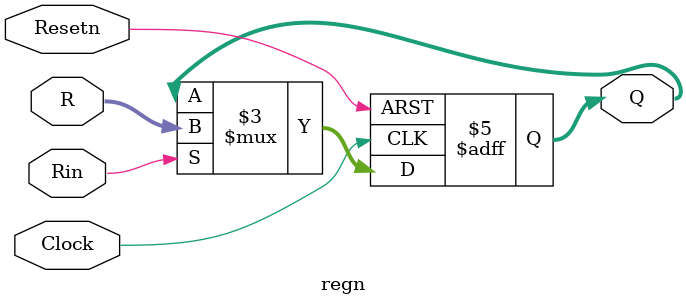
<source format=v>
`timescale 1ns / 1ns // `timescale time_unit/time_precision


module proc (

	input Resetn, 
	input Clock, 
	input Run, 
	output reg Done, 
	output [31:0] Addr, 
	input [31:0] DIN, 
	output wire [31:0] DOUT, 
	output [3:0] byteenable, 
	input waitrequest, 
	output write, 
	output read,
	output [31:0] r1
);
	
	assign byteenable = 4'b1111;
	
	wire[31:0] BusWires;
	

	
	//declare variables
	reg[7:0] Rin; // control signal for loading register(i.e. Rin[0] = 1 then load R0 register)
	wire[8:0] IR; // instruction register
	wire [2:0] I; // store instruction
	wire [2:0] Tstep_Q;
	wire [7:0] Xreg, Yreg;
	
	//control signals
	reg Ain, IRin, RYout, RXin, DINout, RXout, Gin, Gout, AddSub, Addrin, incr_pc, Doutin, W_D, SWout, R_D;
	reg [7:0] Rout;
	
	//reg Clear;
	reg Clear;
	//assign Clear = Done;
	
	wire[31:0] R0, R1, R2, R3, R4, R5, R6, R7, Areg, Greg, ALUout, LEDs, DINtoMux, Addr1;
	
	assign r1 = R1;
	
	wire g_neq_0;
	assign g_neq_0 = (Greg != 32'b0);
	
	upcount Tstep (Clear, Clock, Tstep_Q, Resetn, waitrequest);
	
	assign I = IR[8:6];
	
	dec3to8 decX (IR[5:3], 1'b1, Xreg);
	dec3to8 decY (IR[2:0], 1'b1, Yreg);
	always @(*) begin
		
			// specify initial values
			Rout = 8'b0;
			Rin = 8'b0;
			Ain = 0;
			Gin = 0;
			AddSub = 0;
			Done = 0;
			Gout = 0;
			DINout = 0;
			Clear = 1;
			IRin = 0;
			Addrin = 0;
			incr_pc = 0;
			Doutin = 0;
			W_D = 0;
			SWout = 0;
			R_D = 0;
			
			case (Tstep_Q)
				3'b000: begin // store DIN in IR in time step 0
					if (Run) begin
						Addrin = 1'b1;
						Rout = 8'b10000000;
						Clear = 0;
						R_D = 1;
						
					end 
				end
				
				3'b001: begin
					Clear = 0;
					if (waitrequest == 1)
						R_D = 1; //keep the read high if waitrequested
					else begin
						IRin = 1;
						incr_pc = 1;
					end
					
				end
				3'b010: begin //define signals in time step 2
					case (I)
						3'b000: begin //mv
							Rout = Yreg;
							Rin = Xreg;
							Done = 1'b1;
						end
						3'b001: begin //mvi	
							Addrin = 1'b1;
							Rout = 8'b10000000;
							Clear = 0;
							R_D = 1;	
							
						end
						3'b010: begin //add
							Rout = Xreg;
							Ain = 1'b1;
							Clear = 0;
						end
						3'b011: begin //sub
							Rout = Xreg;
							Ain = 1'b1;
							Clear = 0;
						end
						3'b100: begin //ld
							Rout = Yreg;
							Addrin = 1'b1;
							R_D = 1;
							Clear = 0;
						end
						3'b101: begin //st -- load address into ADDR register
							Rout = Yreg;
							Addrin = 1'b1;
							Clear = 0;
						end
						3'b110: begin //mvnz
							Rout = Yreg;
							if (g_neq_0)
								Rin = Xreg;
							Done = 1'b1;
						end
					endcase
				end
				3'b011: begin//define signals in time step 3
					case (I) 
						3'b001: begin //mvi
							if (waitrequest) begin
								R_D = 1;
								Clear = 0;
							end
							else begin
								DINout = 1'b1;
								Rin = Xreg;
								Done = 1'b1;
								incr_pc = 1;
							end
						end
						
						3'b010: begin //add
							Rout = Yreg;
							AddSub = 1'b0;
							Gin = 1'b1;
							Clear = 0;
						end
						
						3'b011: begin //sub
							Rout = Yreg;
							AddSub = 1'b1;
							Gin = 1'b1;
							Clear = 0;
						end
						3'b100: begin //ld
							if (waitrequest) begin
								R_D = 1;
								Clear = 0;
							end
							else begin
								DINout = 1'b1;
								Rin = Xreg;
								Done = 1'b1;
							end
						end	
						3'b101: begin //st -- load data into DOUT register 
							Doutin = 1;
							Rout = Xreg;
							W_D = 1;
							Clear = 0;
						end
					endcase
				end
				3'b100: begin //define signals in time step 4
					case (I)
						
						3'b010: begin //add
							Gout = 1'b1;
							Rin = Xreg;
							Done = 1'b1;
						end
						
						3'b011: begin //sub
							Gout = 1'b1;
							Rin = Xreg;
							Done = 1'b1;
						end
						3'b101: begin //st -- store into the memory 
							
							Clear = 0;
													
						end
					endcase
					
				end
				3'b101: begin //define signals in time step 4
					case (I)
						3'b101: begin //st -- store into the memory 
							if (waitrequest == 1) begin		
								W_D = 1;
								Clear = 0;
							end
							else
								Done = 1;
						end
					endcase
					
				end
			endcase
	end	
	
	
	

	
	regn reg0(BusWires, Rin[0], Clock,Resetn, R0);
	regn reg1(BusWires, Rin[1], Clock,Resetn, R1);
	regn reg2(BusWires, Rin[2], Clock,Resetn, R2);
	regn reg3(BusWires, Rin[3], Clock,Resetn, R3);
	regn reg4(BusWires, Rin[4], Clock,Resetn, R4);
	regn reg5(BusWires, Rin[5], Clock,Resetn, R5);
	regn reg6(BusWires, Rin[6], Clock,Resetn, R6);
	//regn reg7(BusWires, Rin[7], Clock,Resetn, R7);
	
	Counter reg7(BusWires, Rin[7], incr_pc, Clock, Resetn, R7);
	
	//memory related registers
	regn ADDR1(BusWires, Addrin, Clock, Resetn, Addr1);
	regn DOUT1(BusWires, Doutin, Clock, Resetn, DOUT);
	
	assign Addr = Addr1 << 2;
	

	defparam W.n = 1;
	regn W(W_D, 1'b1, Clock, Resetn, write);
	defparam R.n = 1;
	regn R(R_D, 1'b1, Clock, Resetn, read);
	
	regn regA(BusWires, Ain, Clock, Resetn, Areg);
	
	regn regG(ALUout, Gin, Clock, Resetn, Greg);
	
	
	//n_port
	//port_n p1(SW, DIN, SWout, DINtoMux);
	
	
	//ALU
	ALU ALUinst(Areg, BusWires, AddSub, ALUout);
	
	mux10to1 multiplexer (DIN, R0, R1, R2, R3, R4, R5, R6, R7, Greg, Rout, Gout, DINout, BusWires);
	
	defparam instr.n = 9;
	regn instr(DIN[15:7], IRin, Clock, Resetn, IR);
		
	wire wren, LED_in, hex0_in, hex1_in, hex2_in, hex3_in, hex4_in, hex5_in;
	assign wren = (~(Addr[15] | Addr[14] | Addr[13] | Addr[12]) & write); 
	
	assign LED_in = (~(Addr[15] | Addr[14] | Addr[13] | ~Addr[12]) & write); 
	
	assign hex0_in = ((Addr[15:0] == 16'h2007) && write);
	assign hex1_in = ((Addr[15:0] == 16'h2006) && write);
	assign hex2_in = ((Addr[15:0] == 16'h2005) && write);
	assign hex3_in = ((Addr[15:0] == 16'h2004) && write);
	assign hex4_in = ((Addr[15:0] == 16'h2003) && write);
	assign hex5_in = ((Addr[15:0] == 16'h2002) && write);
	/*
	//LEDs register
	defparam LEDReg.n = 16;
	regn LEDReg(Dout, LED_in, Clock, Resetn, LEDs);
	
	//hex registers
	seg7_scroll hex0(Dout[6:0], hex0_in, Clock, Resetn, HEX0);
	seg7_scroll hex1(Dout[6:0], hex1_in, Clock, Resetn, HEX1);
	seg7_scroll hex2(Dout[6:0], hex2_in, Clock, Resetn, HEX2);
	seg7_scroll hex3(Dout[6:0], hex3_in, Clock, Resetn, HEX3);
	seg7_scroll hex4(Dout[6:0], hex4_in, Clock, Resetn, HEX4);
	seg7_scroll hex5(Dout[6:0], hex5_in, Clock, Resetn, HEX5);
	
	
	
	assign out = LEDs;
	
	//memory
	memory m1(
	Addr[6:0],
	Clock,
	Dout,
	wren,
	DIN);
	*/
	
	//instantiate other registers and the adder/subtracter unit
	//define the bus
endmodule

module port_n(
	input [9:0] SW,
	input [15:0] DINmem,
	input selectSW,
	output reg[15:0] DIN

);
	
	always@(*) begin
		if (selectSW)
			DIN = {6'b0, SW[9:0]};
		else
			DIN[15:0] = DINmem[15:0];
		
	end
endmodule

module seg7_scroll(
	input [6:0] data,
	input hex_in, 
	input Clock,
	input Resetn,
	output reg [6:0] hex
	
);
	wire [6:0]hexout;
	hex_digits r11(data[3:0], hexout);

	always@(posedge Clock or negedge Resetn) begin
		if (!Resetn) begin
			hex <= 7'b1000000;
		end
		else if (hex_in) begin
			hex <= hexout;
		end
	end

endmodule



module hex_digits(x, hex_LEDs);
	input [3:0] x;
	output [6:0] hex_LEDs;
	
	assign hex_LEDs[0] = 	(~x[3] & ~x[2] & ~x[1] & x[0]) |
							(~x[3] & x[2] & ~x[1] & ~x[0]) |
							(x[3] & x[2] & ~x[1] & x[0]) |
							(x[3] & ~x[2] & x[1] & x[0]);
	assign hex_LEDs[1] = 	(~x[3] & x[2] & ~x[1] & x[0]) |
							(x[3] & x[1] & x[0]) |
							(x[3] & x[2] & ~x[0]) |
							(x[2] & x[1] & ~x[0]);
	assign hex_LEDs[2] = 	(x[3] & x[2] & ~x[0]) |
							(x[3] & x[2] & x[1]) |
							(~x[3] & ~x[2] & x[1] & ~x[0]);
	assign hex_LEDs[3] =	(~x[3] & ~x[2] & ~x[1] & x[0]) | 
							(~x[3] & x[2] & ~x[1] & ~x[0]) | 
							(x[2] & x[1] & x[0]) | 
							(x[3] & ~x[2] & x[1] & ~x[0]);
	assign hex_LEDs[4] = 	(~x[3] & x[0]) |
							(~x[3] & x[2] & ~x[1]) |
							(~x[2] & ~x[1] & x[0]);
	assign hex_LEDs[5] = 	(~x[3] & ~x[2] & x[0]) | 
							(~x[3] & ~x[2] & x[1]) | 
							(~x[3] & x[1] & x[0]) | 
							(x[3] & x[2] & ~x[1] & x[0]);
	assign hex_LEDs[6] = 	(~x[3] & ~x[2] & ~x[1]) | 
							(x[3] & x[2] & ~x[1] & ~x[0]) | 
							(~x[3] & x[2] & x[1] & x[0]);
	
endmodule


module Counter(
	input [31:0] DIN,
	input loadEnable,
	input counterEnable,
	input Clock,
	input Resetn,
	output reg [31:0] Dout
);
	always@(posedge Clock or negedge Resetn) begin
		if (!Resetn)
			Dout <= 32'b0;
		else if (loadEnable)
			Dout <= DIN;
		else if (counterEnable)
			Dout <= Dout + 1;
	end

endmodule

//10 to 1 multiplexer
module mux10to1 (
	input [31:0] DIN,
	input [31:0] R0,
	input [31:0] R1,
	input [31:0] R2,
	input [31:0] R3,
	input [31:0] R4,
	input [31:0] R5,
	input [31:0] R6,
	input [31:0] R7,
	input [31:0] Greg,
	
	input [7:0] Rout,
	input Gout,
	input DINout,
	
	output reg [31:0] BusWire

); 

	always@(*) begin
		if (DINout)	
			BusWire = DIN;
		else if (Rout[0])
			BusWire = R0;
		else if (Rout[1])
			BusWire = R1;
		else if (Rout[2])
			BusWire = R2;
		else if (Rout[3])
			BusWire = R3;
		else if (Rout[4])
			BusWire = R4;
		else if (Rout[5])
			BusWire = R5;
		else if (Rout[6])
			BusWire = R6;
		else if (Rout[7])
			BusWire = R7;
		else if (Gout)
			BusWire = Greg;
		else 
			BusWire = 32'b0;
	end
	


endmodule



//need ALU
module ALU (
	input [31:0] a,
	input [31:0] b,
	input AddSub,
	output reg [31:0] ALUout

);

	always@(*) begin
		if (!AddSub)
			ALUout = a + b;
		else
			ALUout = a - b;
	
	end


endmodule






module upcount(Clear, Clock, Q, Resetn, waitrequest);
	input Clear, Clock, Resetn, waitrequest;
	output [2:0] Q;
	reg [2:0] Q;
	
	always @(posedge Clock) begin
		if (Clear || !Resetn)
			Q <= 3'b0;
		else if (!waitrequest)
			Q <= Q + 1'b1; //only increment when waitrequest is low
	end
	
endmodule

module dec3to8(W, En, Y);
	input [2:0] W;
	input En;
	output [7:0] Y;
	reg [7:0] Y;
	
	
	always @(*) begin
	
		if (En == 1) begin
			case (W)
				3'b000: Y = 8'b00000001;
				3'b001: Y = 8'b00000010;
				3'b010: Y = 8'b00000100;
				3'b011: Y = 8'b00001000;
				3'b100: Y = 8'b00010000;
				3'b101: Y = 8'b00100000;
				3'b110: Y = 8'b01000000;
				3'b111: Y = 8'b10000000;
			endcase
		end
		else
			Y = 8'b00000000;
	end
	
endmodule


module regn(R, Rin, Clock, Resetn, Q);
	parameter n = 32;
	input [n-1:0] R;
	input Rin, Clock, Resetn;
	output [n-1:0] Q;
	reg [n-1:0] Q;
	
	always @(posedge Clock or negedge Resetn)
		if (!Resetn)
			Q <= 0;
		
		else if (Rin)
			Q <= R;
endmodule


</source>
